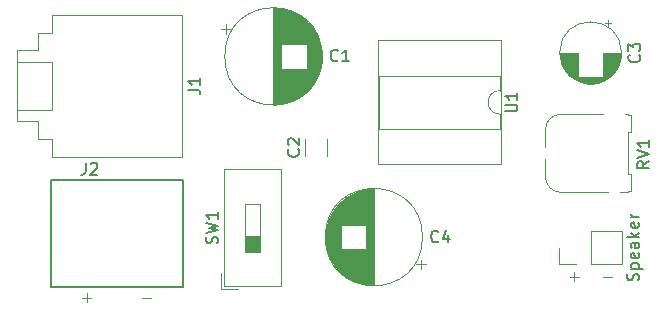
<source format=gto>
G04 #@! TF.GenerationSoftware,KiCad,Pcbnew,9.0.1-9.0.1-0~ubuntu24.04.1*
G04 #@! TF.CreationDate,2025-05-03T19:14:28+01:00*
G04 #@! TF.ProjectId,Kicad_Amplificador,4b696361-645f-4416-9d70-6c6966696361,rev?*
G04 #@! TF.SameCoordinates,Original*
G04 #@! TF.FileFunction,Legend,Top*
G04 #@! TF.FilePolarity,Positive*
%FSLAX46Y46*%
G04 Gerber Fmt 4.6, Leading zero omitted, Abs format (unit mm)*
G04 Created by KiCad (PCBNEW 9.0.1-9.0.1-0~ubuntu24.04.1) date 2025-05-03 19:14:28*
%MOMM*%
%LPD*%
G01*
G04 APERTURE LIST*
%ADD10C,0.100000*%
%ADD11C,0.150000*%
%ADD12C,0.120000*%
%ADD13C,0.127000*%
G04 APERTURE END LIST*
D10*
X146253884Y-114441466D02*
X147015789Y-114441466D01*
X146634836Y-114822419D02*
X146634836Y-114060514D01*
X149015789Y-114441466D02*
X149777694Y-114441466D01*
X104953884Y-116216466D02*
X105715789Y-116216466D01*
X105334836Y-116597419D02*
X105334836Y-115835514D01*
X110001504Y-116216466D02*
X110763409Y-116216466D01*
D11*
X140784819Y-100451904D02*
X141594342Y-100451904D01*
X141594342Y-100451904D02*
X141689580Y-100404285D01*
X141689580Y-100404285D02*
X141737200Y-100356666D01*
X141737200Y-100356666D02*
X141784819Y-100261428D01*
X141784819Y-100261428D02*
X141784819Y-100070952D01*
X141784819Y-100070952D02*
X141737200Y-99975714D01*
X141737200Y-99975714D02*
X141689580Y-99928095D01*
X141689580Y-99928095D02*
X141594342Y-99880476D01*
X141594342Y-99880476D02*
X140784819Y-99880476D01*
X141784819Y-98880476D02*
X141784819Y-99451904D01*
X141784819Y-99166190D02*
X140784819Y-99166190D01*
X140784819Y-99166190D02*
X140927676Y-99261428D01*
X140927676Y-99261428D02*
X141022914Y-99356666D01*
X141022914Y-99356666D02*
X141070533Y-99451904D01*
X152944819Y-104695238D02*
X152468628Y-105028571D01*
X152944819Y-105266666D02*
X151944819Y-105266666D01*
X151944819Y-105266666D02*
X151944819Y-104885714D01*
X151944819Y-104885714D02*
X151992438Y-104790476D01*
X151992438Y-104790476D02*
X152040057Y-104742857D01*
X152040057Y-104742857D02*
X152135295Y-104695238D01*
X152135295Y-104695238D02*
X152278152Y-104695238D01*
X152278152Y-104695238D02*
X152373390Y-104742857D01*
X152373390Y-104742857D02*
X152421009Y-104790476D01*
X152421009Y-104790476D02*
X152468628Y-104885714D01*
X152468628Y-104885714D02*
X152468628Y-105266666D01*
X151944819Y-104409523D02*
X152944819Y-104076190D01*
X152944819Y-104076190D02*
X151944819Y-103742857D01*
X152944819Y-102885714D02*
X152944819Y-103457142D01*
X152944819Y-103171428D02*
X151944819Y-103171428D01*
X151944819Y-103171428D02*
X152087676Y-103266666D01*
X152087676Y-103266666D02*
X152182914Y-103361904D01*
X152182914Y-103361904D02*
X152230533Y-103457142D01*
X152109580Y-95666666D02*
X152157200Y-95714285D01*
X152157200Y-95714285D02*
X152204819Y-95857142D01*
X152204819Y-95857142D02*
X152204819Y-95952380D01*
X152204819Y-95952380D02*
X152157200Y-96095237D01*
X152157200Y-96095237D02*
X152061961Y-96190475D01*
X152061961Y-96190475D02*
X151966723Y-96238094D01*
X151966723Y-96238094D02*
X151776247Y-96285713D01*
X151776247Y-96285713D02*
X151633390Y-96285713D01*
X151633390Y-96285713D02*
X151442914Y-96238094D01*
X151442914Y-96238094D02*
X151347676Y-96190475D01*
X151347676Y-96190475D02*
X151252438Y-96095237D01*
X151252438Y-96095237D02*
X151204819Y-95952380D01*
X151204819Y-95952380D02*
X151204819Y-95857142D01*
X151204819Y-95857142D02*
X151252438Y-95714285D01*
X151252438Y-95714285D02*
X151300057Y-95666666D01*
X151204819Y-95333332D02*
X151204819Y-94714285D01*
X151204819Y-94714285D02*
X151585771Y-95047618D01*
X151585771Y-95047618D02*
X151585771Y-94904761D01*
X151585771Y-94904761D02*
X151633390Y-94809523D01*
X151633390Y-94809523D02*
X151681009Y-94761904D01*
X151681009Y-94761904D02*
X151776247Y-94714285D01*
X151776247Y-94714285D02*
X152014342Y-94714285D01*
X152014342Y-94714285D02*
X152109580Y-94761904D01*
X152109580Y-94761904D02*
X152157200Y-94809523D01*
X152157200Y-94809523D02*
X152204819Y-94904761D01*
X152204819Y-94904761D02*
X152204819Y-95190475D01*
X152204819Y-95190475D02*
X152157200Y-95285713D01*
X152157200Y-95285713D02*
X152109580Y-95333332D01*
X116387200Y-111643332D02*
X116434819Y-111500475D01*
X116434819Y-111500475D02*
X116434819Y-111262380D01*
X116434819Y-111262380D02*
X116387200Y-111167142D01*
X116387200Y-111167142D02*
X116339580Y-111119523D01*
X116339580Y-111119523D02*
X116244342Y-111071904D01*
X116244342Y-111071904D02*
X116149104Y-111071904D01*
X116149104Y-111071904D02*
X116053866Y-111119523D01*
X116053866Y-111119523D02*
X116006247Y-111167142D01*
X116006247Y-111167142D02*
X115958628Y-111262380D01*
X115958628Y-111262380D02*
X115911009Y-111452856D01*
X115911009Y-111452856D02*
X115863390Y-111548094D01*
X115863390Y-111548094D02*
X115815771Y-111595713D01*
X115815771Y-111595713D02*
X115720533Y-111643332D01*
X115720533Y-111643332D02*
X115625295Y-111643332D01*
X115625295Y-111643332D02*
X115530057Y-111595713D01*
X115530057Y-111595713D02*
X115482438Y-111548094D01*
X115482438Y-111548094D02*
X115434819Y-111452856D01*
X115434819Y-111452856D02*
X115434819Y-111214761D01*
X115434819Y-111214761D02*
X115482438Y-111071904D01*
X115434819Y-110738570D02*
X116434819Y-110500475D01*
X116434819Y-110500475D02*
X115720533Y-110309999D01*
X115720533Y-110309999D02*
X116434819Y-110119523D01*
X116434819Y-110119523D02*
X115434819Y-109881428D01*
X116434819Y-108976666D02*
X116434819Y-109548094D01*
X116434819Y-109262380D02*
X115434819Y-109262380D01*
X115434819Y-109262380D02*
X115577676Y-109357618D01*
X115577676Y-109357618D02*
X115672914Y-109452856D01*
X115672914Y-109452856D02*
X115720533Y-109548094D01*
X126608333Y-96134580D02*
X126560714Y-96182200D01*
X126560714Y-96182200D02*
X126417857Y-96229819D01*
X126417857Y-96229819D02*
X126322619Y-96229819D01*
X126322619Y-96229819D02*
X126179762Y-96182200D01*
X126179762Y-96182200D02*
X126084524Y-96086961D01*
X126084524Y-96086961D02*
X126036905Y-95991723D01*
X126036905Y-95991723D02*
X125989286Y-95801247D01*
X125989286Y-95801247D02*
X125989286Y-95658390D01*
X125989286Y-95658390D02*
X126036905Y-95467914D01*
X126036905Y-95467914D02*
X126084524Y-95372676D01*
X126084524Y-95372676D02*
X126179762Y-95277438D01*
X126179762Y-95277438D02*
X126322619Y-95229819D01*
X126322619Y-95229819D02*
X126417857Y-95229819D01*
X126417857Y-95229819D02*
X126560714Y-95277438D01*
X126560714Y-95277438D02*
X126608333Y-95325057D01*
X127560714Y-96229819D02*
X126989286Y-96229819D01*
X127275000Y-96229819D02*
X127275000Y-95229819D01*
X127275000Y-95229819D02*
X127179762Y-95372676D01*
X127179762Y-95372676D02*
X127084524Y-95467914D01*
X127084524Y-95467914D02*
X126989286Y-95515533D01*
X135108333Y-111459580D02*
X135060714Y-111507200D01*
X135060714Y-111507200D02*
X134917857Y-111554819D01*
X134917857Y-111554819D02*
X134822619Y-111554819D01*
X134822619Y-111554819D02*
X134679762Y-111507200D01*
X134679762Y-111507200D02*
X134584524Y-111411961D01*
X134584524Y-111411961D02*
X134536905Y-111316723D01*
X134536905Y-111316723D02*
X134489286Y-111126247D01*
X134489286Y-111126247D02*
X134489286Y-110983390D01*
X134489286Y-110983390D02*
X134536905Y-110792914D01*
X134536905Y-110792914D02*
X134584524Y-110697676D01*
X134584524Y-110697676D02*
X134679762Y-110602438D01*
X134679762Y-110602438D02*
X134822619Y-110554819D01*
X134822619Y-110554819D02*
X134917857Y-110554819D01*
X134917857Y-110554819D02*
X135060714Y-110602438D01*
X135060714Y-110602438D02*
X135108333Y-110650057D01*
X135965476Y-110888152D02*
X135965476Y-111554819D01*
X135727381Y-110507200D02*
X135489286Y-111221485D01*
X135489286Y-111221485D02*
X136108333Y-111221485D01*
X105240258Y-104816372D02*
X105240258Y-105531040D01*
X105240258Y-105531040D02*
X105192614Y-105673973D01*
X105192614Y-105673973D02*
X105097325Y-105769263D01*
X105097325Y-105769263D02*
X104954391Y-105816907D01*
X104954391Y-105816907D02*
X104859102Y-105816907D01*
X105669059Y-104911661D02*
X105716703Y-104864017D01*
X105716703Y-104864017D02*
X105811992Y-104816372D01*
X105811992Y-104816372D02*
X106050215Y-104816372D01*
X106050215Y-104816372D02*
X106145504Y-104864017D01*
X106145504Y-104864017D02*
X106193148Y-104911661D01*
X106193148Y-104911661D02*
X106240793Y-105006950D01*
X106240793Y-105006950D02*
X106240793Y-105102239D01*
X106240793Y-105102239D02*
X106193148Y-105245173D01*
X106193148Y-105245173D02*
X105621414Y-105816907D01*
X105621414Y-105816907D02*
X106240793Y-105816907D01*
X113954819Y-98633333D02*
X114669104Y-98633333D01*
X114669104Y-98633333D02*
X114811961Y-98680952D01*
X114811961Y-98680952D02*
X114907200Y-98776190D01*
X114907200Y-98776190D02*
X114954819Y-98919047D01*
X114954819Y-98919047D02*
X114954819Y-99014285D01*
X114954819Y-97633333D02*
X114954819Y-98204761D01*
X114954819Y-97919047D02*
X113954819Y-97919047D01*
X113954819Y-97919047D02*
X114097676Y-98014285D01*
X114097676Y-98014285D02*
X114192914Y-98109523D01*
X114192914Y-98109523D02*
X114240533Y-98204761D01*
X123259580Y-103666666D02*
X123307200Y-103714285D01*
X123307200Y-103714285D02*
X123354819Y-103857142D01*
X123354819Y-103857142D02*
X123354819Y-103952380D01*
X123354819Y-103952380D02*
X123307200Y-104095237D01*
X123307200Y-104095237D02*
X123211961Y-104190475D01*
X123211961Y-104190475D02*
X123116723Y-104238094D01*
X123116723Y-104238094D02*
X122926247Y-104285713D01*
X122926247Y-104285713D02*
X122783390Y-104285713D01*
X122783390Y-104285713D02*
X122592914Y-104238094D01*
X122592914Y-104238094D02*
X122497676Y-104190475D01*
X122497676Y-104190475D02*
X122402438Y-104095237D01*
X122402438Y-104095237D02*
X122354819Y-103952380D01*
X122354819Y-103952380D02*
X122354819Y-103857142D01*
X122354819Y-103857142D02*
X122402438Y-103714285D01*
X122402438Y-103714285D02*
X122450057Y-103666666D01*
X122450057Y-103285713D02*
X122402438Y-103238094D01*
X122402438Y-103238094D02*
X122354819Y-103142856D01*
X122354819Y-103142856D02*
X122354819Y-102904761D01*
X122354819Y-102904761D02*
X122402438Y-102809523D01*
X122402438Y-102809523D02*
X122450057Y-102761904D01*
X122450057Y-102761904D02*
X122545295Y-102714285D01*
X122545295Y-102714285D02*
X122640533Y-102714285D01*
X122640533Y-102714285D02*
X122783390Y-102761904D01*
X122783390Y-102761904D02*
X123354819Y-103333332D01*
X123354819Y-103333332D02*
X123354819Y-102714285D01*
X152052200Y-114761904D02*
X152099819Y-114619047D01*
X152099819Y-114619047D02*
X152099819Y-114380952D01*
X152099819Y-114380952D02*
X152052200Y-114285714D01*
X152052200Y-114285714D02*
X152004580Y-114238095D01*
X152004580Y-114238095D02*
X151909342Y-114190476D01*
X151909342Y-114190476D02*
X151814104Y-114190476D01*
X151814104Y-114190476D02*
X151718866Y-114238095D01*
X151718866Y-114238095D02*
X151671247Y-114285714D01*
X151671247Y-114285714D02*
X151623628Y-114380952D01*
X151623628Y-114380952D02*
X151576009Y-114571428D01*
X151576009Y-114571428D02*
X151528390Y-114666666D01*
X151528390Y-114666666D02*
X151480771Y-114714285D01*
X151480771Y-114714285D02*
X151385533Y-114761904D01*
X151385533Y-114761904D02*
X151290295Y-114761904D01*
X151290295Y-114761904D02*
X151195057Y-114714285D01*
X151195057Y-114714285D02*
X151147438Y-114666666D01*
X151147438Y-114666666D02*
X151099819Y-114571428D01*
X151099819Y-114571428D02*
X151099819Y-114333333D01*
X151099819Y-114333333D02*
X151147438Y-114190476D01*
X151433152Y-113761904D02*
X152433152Y-113761904D01*
X151480771Y-113761904D02*
X151433152Y-113666666D01*
X151433152Y-113666666D02*
X151433152Y-113476190D01*
X151433152Y-113476190D02*
X151480771Y-113380952D01*
X151480771Y-113380952D02*
X151528390Y-113333333D01*
X151528390Y-113333333D02*
X151623628Y-113285714D01*
X151623628Y-113285714D02*
X151909342Y-113285714D01*
X151909342Y-113285714D02*
X152004580Y-113333333D01*
X152004580Y-113333333D02*
X152052200Y-113380952D01*
X152052200Y-113380952D02*
X152099819Y-113476190D01*
X152099819Y-113476190D02*
X152099819Y-113666666D01*
X152099819Y-113666666D02*
X152052200Y-113761904D01*
X152052200Y-112476190D02*
X152099819Y-112571428D01*
X152099819Y-112571428D02*
X152099819Y-112761904D01*
X152099819Y-112761904D02*
X152052200Y-112857142D01*
X152052200Y-112857142D02*
X151956961Y-112904761D01*
X151956961Y-112904761D02*
X151576009Y-112904761D01*
X151576009Y-112904761D02*
X151480771Y-112857142D01*
X151480771Y-112857142D02*
X151433152Y-112761904D01*
X151433152Y-112761904D02*
X151433152Y-112571428D01*
X151433152Y-112571428D02*
X151480771Y-112476190D01*
X151480771Y-112476190D02*
X151576009Y-112428571D01*
X151576009Y-112428571D02*
X151671247Y-112428571D01*
X151671247Y-112428571D02*
X151766485Y-112904761D01*
X152099819Y-111571428D02*
X151576009Y-111571428D01*
X151576009Y-111571428D02*
X151480771Y-111619047D01*
X151480771Y-111619047D02*
X151433152Y-111714285D01*
X151433152Y-111714285D02*
X151433152Y-111904761D01*
X151433152Y-111904761D02*
X151480771Y-111999999D01*
X152052200Y-111571428D02*
X152099819Y-111666666D01*
X152099819Y-111666666D02*
X152099819Y-111904761D01*
X152099819Y-111904761D02*
X152052200Y-111999999D01*
X152052200Y-111999999D02*
X151956961Y-112047618D01*
X151956961Y-112047618D02*
X151861723Y-112047618D01*
X151861723Y-112047618D02*
X151766485Y-111999999D01*
X151766485Y-111999999D02*
X151718866Y-111904761D01*
X151718866Y-111904761D02*
X151718866Y-111666666D01*
X151718866Y-111666666D02*
X151671247Y-111571428D01*
X152099819Y-111095237D02*
X151099819Y-111095237D01*
X151718866Y-110999999D02*
X152099819Y-110714285D01*
X151433152Y-110714285D02*
X151814104Y-111095237D01*
X152052200Y-109904761D02*
X152099819Y-109999999D01*
X152099819Y-109999999D02*
X152099819Y-110190475D01*
X152099819Y-110190475D02*
X152052200Y-110285713D01*
X152052200Y-110285713D02*
X151956961Y-110333332D01*
X151956961Y-110333332D02*
X151576009Y-110333332D01*
X151576009Y-110333332D02*
X151480771Y-110285713D01*
X151480771Y-110285713D02*
X151433152Y-110190475D01*
X151433152Y-110190475D02*
X151433152Y-109999999D01*
X151433152Y-109999999D02*
X151480771Y-109904761D01*
X151480771Y-109904761D02*
X151576009Y-109857142D01*
X151576009Y-109857142D02*
X151671247Y-109857142D01*
X151671247Y-109857142D02*
X151766485Y-110333332D01*
X152099819Y-109428570D02*
X151433152Y-109428570D01*
X151623628Y-109428570D02*
X151528390Y-109380951D01*
X151528390Y-109380951D02*
X151480771Y-109333332D01*
X151480771Y-109333332D02*
X151433152Y-109238094D01*
X151433152Y-109238094D02*
X151433152Y-109142856D01*
D12*
X130050000Y-97440000D02*
X130050000Y-101940000D01*
X130050000Y-101940000D02*
X140330000Y-101940000D01*
X140330000Y-97440000D02*
X130050000Y-97440000D01*
X140330000Y-98690000D02*
X140330000Y-97440000D01*
X140330000Y-101940000D02*
X140330000Y-100690000D01*
X140390000Y-94440000D02*
X129990000Y-94440000D01*
X129990000Y-104940000D01*
X140390000Y-104940000D01*
X140390000Y-94440000D01*
X140330000Y-100690000D02*
G75*
G02*
X140330000Y-98690000I0J1000000D01*
G01*
X144180000Y-103490000D02*
X144180000Y-102000000D01*
X144180000Y-106000000D02*
X144180000Y-104510000D01*
X145490000Y-100690000D02*
X149030000Y-100690000D01*
X149470000Y-107310000D02*
X145490000Y-107310000D01*
X151200000Y-100690000D02*
X150950000Y-100690000D01*
X151200000Y-100790000D02*
X151200000Y-100690000D01*
X151200000Y-102210000D02*
X151200000Y-105790000D01*
X151200000Y-102210000D02*
X151400000Y-102210000D01*
X151200000Y-105790000D02*
X151400000Y-105790000D01*
X151200000Y-107210000D02*
X151200000Y-107310000D01*
X151200000Y-107310000D02*
X150510000Y-107310000D01*
X151400000Y-100790000D02*
X151200000Y-100790000D01*
X151400000Y-100790000D02*
X151400000Y-102210000D01*
X151400000Y-105790000D02*
X151400000Y-107210000D01*
X151400000Y-107210000D02*
X151200000Y-107210000D01*
X144180000Y-102000000D02*
G75*
G02*
X145490000Y-100690000I1310000J0D01*
G01*
X145490000Y-107310000D02*
G75*
G02*
X144180000Y-106000000I0J1310000D01*
G01*
X146960000Y-95500000D02*
X145420000Y-95500000D01*
X146960000Y-95540000D02*
X145420000Y-95540000D01*
X146960000Y-95580000D02*
X145421000Y-95580000D01*
X146960000Y-95620000D02*
X145423000Y-95620000D01*
X146960000Y-95660000D02*
X145425000Y-95660000D01*
X146960000Y-95700000D02*
X145428000Y-95700000D01*
X146960000Y-95740000D02*
X145431000Y-95740000D01*
X146960000Y-95780000D02*
X145435000Y-95780000D01*
X146960000Y-95820000D02*
X145440000Y-95820000D01*
X146960000Y-95860000D02*
X145445000Y-95860000D01*
X146960000Y-95900000D02*
X145451000Y-95900000D01*
X146960000Y-95940000D02*
X145457000Y-95940000D01*
X146960000Y-95980000D02*
X145464000Y-95980000D01*
X146960000Y-96020000D02*
X145472000Y-96020000D01*
X146960000Y-96060000D02*
X145481000Y-96060000D01*
X146960000Y-96100000D02*
X145490000Y-96100000D01*
X146960000Y-96140000D02*
X145499000Y-96140000D01*
X146960000Y-96180000D02*
X145510000Y-96180000D01*
X146960000Y-96220000D02*
X145521000Y-96220000D01*
X146960000Y-96260000D02*
X145533000Y-96260000D01*
X146960000Y-96300000D02*
X145545000Y-96300000D01*
X146960000Y-96340000D02*
X145558000Y-96340000D01*
X146960000Y-96380000D02*
X145572000Y-96380000D01*
X146960000Y-96420000D02*
X145587000Y-96420000D01*
X146960000Y-96460000D02*
X145602000Y-96460000D01*
X146960000Y-96500000D02*
X145618000Y-96500000D01*
X146960000Y-96540000D02*
X145635000Y-96540000D01*
X146960000Y-96580000D02*
X145653000Y-96580000D01*
X146960000Y-96620000D02*
X145671000Y-96620000D01*
X146960000Y-96660000D02*
X145691000Y-96660000D01*
X146960000Y-96700000D02*
X145711000Y-96700000D01*
X146960000Y-96740000D02*
X145732000Y-96740000D01*
X146960000Y-96780000D02*
X145754000Y-96780000D01*
X146960000Y-96820000D02*
X145777000Y-96820000D01*
X146960000Y-96860000D02*
X145801000Y-96860000D01*
X146960000Y-96900000D02*
X145825000Y-96900000D01*
X146960000Y-96940000D02*
X145851000Y-96940000D01*
X146960000Y-96980000D02*
X145878000Y-96980000D01*
X146960000Y-97020000D02*
X145906000Y-97020000D01*
X146960000Y-97060000D02*
X145935000Y-97060000D01*
X146960000Y-97100000D02*
X145965000Y-97100000D01*
X146960000Y-97140000D02*
X145997000Y-97140000D01*
X146960000Y-97180000D02*
X146030000Y-97180000D01*
X146960000Y-97220000D02*
X146064000Y-97220000D01*
X146960000Y-97260000D02*
X146099000Y-97260000D01*
X146960000Y-97300000D02*
X146136000Y-97300000D01*
X146960000Y-97340000D02*
X146175000Y-97340000D01*
X146960000Y-97380000D02*
X146215000Y-97380000D01*
X146960000Y-97420000D02*
X146257000Y-97420000D01*
X146960000Y-97460000D02*
X146301000Y-97460000D01*
X146960000Y-97500000D02*
X146348000Y-97500000D01*
X148283000Y-98100000D02*
X147717000Y-98100000D01*
X148517000Y-98060000D02*
X147483000Y-98060000D01*
X148677000Y-98020000D02*
X147323000Y-98020000D01*
X148805000Y-97980000D02*
X147195000Y-97980000D01*
X148914000Y-97940000D02*
X147086000Y-97940000D01*
X149011000Y-97900000D02*
X146989000Y-97900000D01*
X149098000Y-97860000D02*
X146902000Y-97860000D01*
X149177000Y-97820000D02*
X146823000Y-97820000D01*
X149251000Y-97780000D02*
X146749000Y-97780000D01*
X149319000Y-97740000D02*
X146681000Y-97740000D01*
X149383000Y-97700000D02*
X146617000Y-97700000D01*
X149443000Y-97660000D02*
X146557000Y-97660000D01*
X149475000Y-92695225D02*
X149475000Y-93195225D01*
X149499000Y-97620000D02*
X146501000Y-97620000D01*
X149553000Y-97580000D02*
X146447000Y-97580000D01*
X149604000Y-97540000D02*
X146396000Y-97540000D01*
X149652000Y-97500000D02*
X149040000Y-97500000D01*
X149699000Y-97460000D02*
X149040000Y-97460000D01*
X149725000Y-92945225D02*
X149225000Y-92945225D01*
X149743000Y-97420000D02*
X149040000Y-97420000D01*
X149785000Y-97380000D02*
X149040000Y-97380000D01*
X149825000Y-97340000D02*
X149040000Y-97340000D01*
X149864000Y-97300000D02*
X149040000Y-97300000D01*
X149901000Y-97260000D02*
X149040000Y-97260000D01*
X149936000Y-97220000D02*
X149040000Y-97220000D01*
X149970000Y-97180000D02*
X149040000Y-97180000D01*
X150003000Y-97140000D02*
X149040000Y-97140000D01*
X150035000Y-97100000D02*
X149040000Y-97100000D01*
X150065000Y-97060000D02*
X149040000Y-97060000D01*
X150094000Y-97020000D02*
X149040000Y-97020000D01*
X150122000Y-96980000D02*
X149040000Y-96980000D01*
X150149000Y-96940000D02*
X149040000Y-96940000D01*
X150175000Y-96900000D02*
X149040000Y-96900000D01*
X150199000Y-96860000D02*
X149040000Y-96860000D01*
X150223000Y-96820000D02*
X149040000Y-96820000D01*
X150246000Y-96780000D02*
X149040000Y-96780000D01*
X150268000Y-96740000D02*
X149040000Y-96740000D01*
X150289000Y-96700000D02*
X149040000Y-96700000D01*
X150309000Y-96660000D02*
X149040000Y-96660000D01*
X150329000Y-96620000D02*
X149040000Y-96620000D01*
X150347000Y-96580000D02*
X149040000Y-96580000D01*
X150365000Y-96540000D02*
X149040000Y-96540000D01*
X150382000Y-96500000D02*
X149040000Y-96500000D01*
X150398000Y-96460000D02*
X149040000Y-96460000D01*
X150413000Y-96420000D02*
X149040000Y-96420000D01*
X150428000Y-96380000D02*
X149040000Y-96380000D01*
X150442000Y-96340000D02*
X149040000Y-96340000D01*
X150455000Y-96300000D02*
X149040000Y-96300000D01*
X150467000Y-96260000D02*
X149040000Y-96260000D01*
X150479000Y-96220000D02*
X149040000Y-96220000D01*
X150490000Y-96180000D02*
X149040000Y-96180000D01*
X150501000Y-96140000D02*
X149040000Y-96140000D01*
X150510000Y-96100000D02*
X149040000Y-96100000D01*
X150519000Y-96060000D02*
X149040000Y-96060000D01*
X150528000Y-96020000D02*
X149040000Y-96020000D01*
X150536000Y-95980000D02*
X149040000Y-95980000D01*
X150543000Y-95940000D02*
X149040000Y-95940000D01*
X150549000Y-95900000D02*
X149040000Y-95900000D01*
X150555000Y-95860000D02*
X149040000Y-95860000D01*
X150560000Y-95820000D02*
X149040000Y-95820000D01*
X150565000Y-95780000D02*
X149040000Y-95780000D01*
X150569000Y-95740000D02*
X149040000Y-95740000D01*
X150572000Y-95700000D02*
X149040000Y-95700000D01*
X150575000Y-95660000D02*
X149040000Y-95660000D01*
X150577000Y-95620000D02*
X149040000Y-95620000D01*
X150579000Y-95580000D02*
X149040000Y-95580000D01*
X150580000Y-95500000D02*
X149040000Y-95500000D01*
X150580000Y-95540000D02*
X149040000Y-95540000D01*
X150620000Y-95500000D02*
G75*
G02*
X145380000Y-95500000I-2620000J0D01*
G01*
X145380000Y-95500000D02*
G75*
G02*
X150620000Y-95500000I2620000J0D01*
G01*
X116740000Y-115500000D02*
X116740000Y-114117000D01*
X116740000Y-115500000D02*
X118123000Y-115500000D01*
X116980000Y-105360000D02*
X121820000Y-105360000D01*
X116980000Y-115260000D02*
X116980000Y-105360000D01*
X116980000Y-115260000D02*
X121820000Y-115260000D01*
X118765000Y-110986667D02*
X120035000Y-110986667D01*
X121820000Y-115260000D02*
X121820000Y-105360000D01*
X118765000Y-112340000D02*
X120035000Y-112340000D01*
X120035000Y-108280000D01*
X118765000Y-108280000D01*
X118765000Y-112340000D01*
X118765000Y-112340000D02*
X120035000Y-112340000D01*
X120035000Y-110986667D01*
X118765000Y-110986667D01*
X118765000Y-112340000D01*
G36*
X118765000Y-112340000D02*
G01*
X120035000Y-112340000D01*
X120035000Y-110986667D01*
X118765000Y-110986667D01*
X118765000Y-112340000D01*
G37*
X116740302Y-93485000D02*
X117540302Y-93485000D01*
X117140302Y-93085000D02*
X117140302Y-93885000D01*
X121150000Y-91720000D02*
X121150000Y-99880000D01*
X121190000Y-91720000D02*
X121190000Y-99880000D01*
X121230000Y-91721000D02*
X121230000Y-99879000D01*
X121270000Y-91722000D02*
X121270000Y-99878000D01*
X121310000Y-91723000D02*
X121310000Y-99877000D01*
X121350000Y-91725000D02*
X121350000Y-99875000D01*
X121390000Y-91727000D02*
X121390000Y-99873000D01*
X121430000Y-91730000D02*
X121430000Y-99870000D01*
X121470000Y-91732000D02*
X121470000Y-99868000D01*
X121510000Y-91736000D02*
X121510000Y-99864000D01*
X121550000Y-91739000D02*
X121550000Y-99861000D01*
X121590000Y-91744000D02*
X121590000Y-99856000D01*
X121630000Y-91748000D02*
X121630000Y-99852000D01*
X121670000Y-91753000D02*
X121670000Y-99847000D01*
X121710000Y-91758000D02*
X121710000Y-99842000D01*
X121750000Y-91764000D02*
X121750000Y-99836000D01*
X121790000Y-91770000D02*
X121790000Y-99830000D01*
X121830000Y-91777000D02*
X121830000Y-99823000D01*
X121870000Y-91783000D02*
X121870000Y-94760000D01*
X121870000Y-96840000D02*
X121870000Y-99817000D01*
X121910000Y-91791000D02*
X121910000Y-94760000D01*
X121910000Y-96840000D02*
X121910000Y-99809000D01*
X121950000Y-91798000D02*
X121950000Y-94760000D01*
X121950000Y-96840000D02*
X121950000Y-99802000D01*
X121990000Y-91807000D02*
X121990000Y-94760000D01*
X121990000Y-96840000D02*
X121990000Y-99793000D01*
X122030000Y-91815000D02*
X122030000Y-94760000D01*
X122030000Y-96840000D02*
X122030000Y-99785000D01*
X122070000Y-91824000D02*
X122070000Y-94760000D01*
X122070000Y-96840000D02*
X122070000Y-99776000D01*
X122110000Y-91833000D02*
X122110000Y-94760000D01*
X122110000Y-96840000D02*
X122110000Y-99767000D01*
X122150000Y-91843000D02*
X122150000Y-94760000D01*
X122150000Y-96840000D02*
X122150000Y-99757000D01*
X122190000Y-91853000D02*
X122190000Y-94760000D01*
X122190000Y-96840000D02*
X122190000Y-99747000D01*
X122230000Y-91864000D02*
X122230000Y-94760000D01*
X122230000Y-96840000D02*
X122230000Y-99736000D01*
X122270000Y-91875000D02*
X122270000Y-94760000D01*
X122270000Y-96840000D02*
X122270000Y-99725000D01*
X122310000Y-91887000D02*
X122310000Y-94760000D01*
X122310000Y-96840000D02*
X122310000Y-99713000D01*
X122350000Y-91899000D02*
X122350000Y-94760000D01*
X122350000Y-96840000D02*
X122350000Y-99701000D01*
X122390000Y-91911000D02*
X122390000Y-94760000D01*
X122390000Y-96840000D02*
X122390000Y-99689000D01*
X122430000Y-91924000D02*
X122430000Y-94760000D01*
X122430000Y-96840000D02*
X122430000Y-99676000D01*
X122470000Y-91937000D02*
X122470000Y-94760000D01*
X122470000Y-96840000D02*
X122470000Y-99663000D01*
X122510000Y-91951000D02*
X122510000Y-94760000D01*
X122510000Y-96840000D02*
X122510000Y-99649000D01*
X122550000Y-91965000D02*
X122550000Y-94760000D01*
X122550000Y-96840000D02*
X122550000Y-99635000D01*
X122590000Y-91980000D02*
X122590000Y-94760000D01*
X122590000Y-96840000D02*
X122590000Y-99620000D01*
X122630000Y-91995000D02*
X122630000Y-94760000D01*
X122630000Y-96840000D02*
X122630000Y-99605000D01*
X122670000Y-92011000D02*
X122670000Y-94760000D01*
X122670000Y-96840000D02*
X122670000Y-99589000D01*
X122710000Y-92027000D02*
X122710000Y-94760000D01*
X122710000Y-96840000D02*
X122710000Y-99573000D01*
X122750000Y-92043000D02*
X122750000Y-94760000D01*
X122750000Y-96840000D02*
X122750000Y-99557000D01*
X122790000Y-92060000D02*
X122790000Y-94760000D01*
X122790000Y-96840000D02*
X122790000Y-99540000D01*
X122830000Y-92078000D02*
X122830000Y-94760000D01*
X122830000Y-96840000D02*
X122830000Y-99522000D01*
X122870000Y-92096000D02*
X122870000Y-94760000D01*
X122870000Y-96840000D02*
X122870000Y-99504000D01*
X122910000Y-92115000D02*
X122910000Y-94760000D01*
X122910000Y-96840000D02*
X122910000Y-99485000D01*
X122950000Y-92134000D02*
X122950000Y-94760000D01*
X122950000Y-96840000D02*
X122950000Y-99466000D01*
X122990000Y-92154000D02*
X122990000Y-94760000D01*
X122990000Y-96840000D02*
X122990000Y-99446000D01*
X123030000Y-92174000D02*
X123030000Y-94760000D01*
X123030000Y-96840000D02*
X123030000Y-99426000D01*
X123070000Y-92195000D02*
X123070000Y-94760000D01*
X123070000Y-96840000D02*
X123070000Y-99405000D01*
X123110000Y-92216000D02*
X123110000Y-94760000D01*
X123110000Y-96840000D02*
X123110000Y-99384000D01*
X123150000Y-92238000D02*
X123150000Y-94760000D01*
X123150000Y-96840000D02*
X123150000Y-99362000D01*
X123190000Y-92261000D02*
X123190000Y-94760000D01*
X123190000Y-96840000D02*
X123190000Y-99339000D01*
X123230000Y-92284000D02*
X123230000Y-94760000D01*
X123230000Y-96840000D02*
X123230000Y-99316000D01*
X123270000Y-92307000D02*
X123270000Y-94760000D01*
X123270000Y-96840000D02*
X123270000Y-99293000D01*
X123310000Y-92332000D02*
X123310000Y-94760000D01*
X123310000Y-96840000D02*
X123310000Y-99268000D01*
X123350000Y-92357000D02*
X123350000Y-94760000D01*
X123350000Y-96840000D02*
X123350000Y-99243000D01*
X123390000Y-92382000D02*
X123390000Y-94760000D01*
X123390000Y-96840000D02*
X123390000Y-99218000D01*
X123430000Y-92408000D02*
X123430000Y-94760000D01*
X123430000Y-96840000D02*
X123430000Y-99192000D01*
X123470000Y-92435000D02*
X123470000Y-94760000D01*
X123470000Y-96840000D02*
X123470000Y-99165000D01*
X123510000Y-92463000D02*
X123510000Y-94760000D01*
X123510000Y-96840000D02*
X123510000Y-99137000D01*
X123550000Y-92491000D02*
X123550000Y-94760000D01*
X123550000Y-96840000D02*
X123550000Y-99109000D01*
X123590000Y-92520000D02*
X123590000Y-94760000D01*
X123590000Y-96840000D02*
X123590000Y-99080000D01*
X123630000Y-92550000D02*
X123630000Y-94760000D01*
X123630000Y-96840000D02*
X123630000Y-99050000D01*
X123670000Y-92581000D02*
X123670000Y-94760000D01*
X123670000Y-96840000D02*
X123670000Y-99019000D01*
X123710000Y-92612000D02*
X123710000Y-94760000D01*
X123710000Y-96840000D02*
X123710000Y-98988000D01*
X123750000Y-92644000D02*
X123750000Y-94760000D01*
X123750000Y-96840000D02*
X123750000Y-98956000D01*
X123790000Y-92677000D02*
X123790000Y-94760000D01*
X123790000Y-96840000D02*
X123790000Y-98923000D01*
X123830000Y-92711000D02*
X123830000Y-94760000D01*
X123830000Y-96840000D02*
X123830000Y-98889000D01*
X123870000Y-92745000D02*
X123870000Y-94760000D01*
X123870000Y-96840000D02*
X123870000Y-98855000D01*
X123910000Y-92781000D02*
X123910000Y-94760000D01*
X123910000Y-96840000D02*
X123910000Y-98819000D01*
X123950000Y-92818000D02*
X123950000Y-98782000D01*
X123990000Y-92855000D02*
X123990000Y-98745000D01*
X124030000Y-92894000D02*
X124030000Y-98706000D01*
X124070000Y-92933000D02*
X124070000Y-98667000D01*
X124110000Y-92974000D02*
X124110000Y-98626000D01*
X124150000Y-93016000D02*
X124150000Y-98584000D01*
X124190000Y-93059000D02*
X124190000Y-98541000D01*
X124230000Y-93104000D02*
X124230000Y-98496000D01*
X124270000Y-93149000D02*
X124270000Y-98451000D01*
X124310000Y-93196000D02*
X124310000Y-98404000D01*
X124350000Y-93245000D02*
X124350000Y-98355000D01*
X124390000Y-93295000D02*
X124390000Y-98305000D01*
X124430000Y-93347000D02*
X124430000Y-98253000D01*
X124470000Y-93400000D02*
X124470000Y-98200000D01*
X124510000Y-93456000D02*
X124510000Y-98144000D01*
X124550000Y-93513000D02*
X124550000Y-98087000D01*
X124590000Y-93573000D02*
X124590000Y-98027000D01*
X124630000Y-93635000D02*
X124630000Y-97965000D01*
X124670000Y-93699000D02*
X124670000Y-97901000D01*
X124710000Y-93766000D02*
X124710000Y-97834000D01*
X124750000Y-93836000D02*
X124750000Y-97764000D01*
X124790000Y-93910000D02*
X124790000Y-97690000D01*
X124830000Y-93987000D02*
X124830000Y-97613000D01*
X124870000Y-94069000D02*
X124870000Y-97531000D01*
X124910000Y-94156000D02*
X124910000Y-97444000D01*
X124950000Y-94248000D02*
X124950000Y-97352000D01*
X124990000Y-94347000D02*
X124990000Y-97253000D01*
X125030000Y-94454000D02*
X125030000Y-97146000D01*
X125070000Y-94572000D02*
X125070000Y-97028000D01*
X125110000Y-94703000D02*
X125110000Y-96897000D01*
X125150000Y-94853000D02*
X125150000Y-96747000D01*
X125190000Y-95032000D02*
X125190000Y-96568000D01*
X125230000Y-95267000D02*
X125230000Y-96333000D01*
X125270000Y-95800000D02*
G75*
G02*
X117030000Y-95800000I-4120000J0D01*
G01*
X117030000Y-95800000D02*
G75*
G02*
X125270000Y-95800000I4120000J0D01*
G01*
X125570000Y-111633000D02*
X125570000Y-110567000D01*
X125610000Y-111868000D02*
X125610000Y-110332000D01*
X125650000Y-112047000D02*
X125650000Y-110153000D01*
X125690000Y-112197000D02*
X125690000Y-110003000D01*
X125730000Y-112328000D02*
X125730000Y-109872000D01*
X125770000Y-112446000D02*
X125770000Y-109754000D01*
X125810000Y-112553000D02*
X125810000Y-109647000D01*
X125850000Y-112652000D02*
X125850000Y-109548000D01*
X125890000Y-112744000D02*
X125890000Y-109456000D01*
X125930000Y-112831000D02*
X125930000Y-109369000D01*
X125970000Y-112913000D02*
X125970000Y-109287000D01*
X126010000Y-112990000D02*
X126010000Y-109210000D01*
X126050000Y-113064000D02*
X126050000Y-109136000D01*
X126090000Y-113134000D02*
X126090000Y-109066000D01*
X126130000Y-113201000D02*
X126130000Y-108999000D01*
X126170000Y-113265000D02*
X126170000Y-108935000D01*
X126210000Y-113327000D02*
X126210000Y-108873000D01*
X126250000Y-113387000D02*
X126250000Y-108813000D01*
X126290000Y-113444000D02*
X126290000Y-108756000D01*
X126330000Y-113500000D02*
X126330000Y-108700000D01*
X126370000Y-113553000D02*
X126370000Y-108647000D01*
X126410000Y-113605000D02*
X126410000Y-108595000D01*
X126450000Y-113655000D02*
X126450000Y-108545000D01*
X126490000Y-113704000D02*
X126490000Y-108496000D01*
X126530000Y-113751000D02*
X126530000Y-108449000D01*
X126570000Y-113796000D02*
X126570000Y-108404000D01*
X126610000Y-113841000D02*
X126610000Y-108359000D01*
X126650000Y-113884000D02*
X126650000Y-108316000D01*
X126690000Y-113926000D02*
X126690000Y-108274000D01*
X126730000Y-113967000D02*
X126730000Y-108233000D01*
X126770000Y-114006000D02*
X126770000Y-108194000D01*
X126810000Y-114045000D02*
X126810000Y-108155000D01*
X126850000Y-114082000D02*
X126850000Y-108118000D01*
X126890000Y-110060000D02*
X126890000Y-108081000D01*
X126890000Y-114119000D02*
X126890000Y-112140000D01*
X126930000Y-110060000D02*
X126930000Y-108045000D01*
X126930000Y-114155000D02*
X126930000Y-112140000D01*
X126970000Y-110060000D02*
X126970000Y-108011000D01*
X126970000Y-114189000D02*
X126970000Y-112140000D01*
X127010000Y-110060000D02*
X127010000Y-107977000D01*
X127010000Y-114223000D02*
X127010000Y-112140000D01*
X127050000Y-110060000D02*
X127050000Y-107944000D01*
X127050000Y-114256000D02*
X127050000Y-112140000D01*
X127090000Y-110060000D02*
X127090000Y-107912000D01*
X127090000Y-114288000D02*
X127090000Y-112140000D01*
X127130000Y-110060000D02*
X127130000Y-107881000D01*
X127130000Y-114319000D02*
X127130000Y-112140000D01*
X127170000Y-110060000D02*
X127170000Y-107850000D01*
X127170000Y-114350000D02*
X127170000Y-112140000D01*
X127210000Y-110060000D02*
X127210000Y-107820000D01*
X127210000Y-114380000D02*
X127210000Y-112140000D01*
X127250000Y-110060000D02*
X127250000Y-107791000D01*
X127250000Y-114409000D02*
X127250000Y-112140000D01*
X127290000Y-110060000D02*
X127290000Y-107763000D01*
X127290000Y-114437000D02*
X127290000Y-112140000D01*
X127330000Y-110060000D02*
X127330000Y-107735000D01*
X127330000Y-114465000D02*
X127330000Y-112140000D01*
X127370000Y-110060000D02*
X127370000Y-107708000D01*
X127370000Y-114492000D02*
X127370000Y-112140000D01*
X127410000Y-110060000D02*
X127410000Y-107682000D01*
X127410000Y-114518000D02*
X127410000Y-112140000D01*
X127450000Y-110060000D02*
X127450000Y-107657000D01*
X127450000Y-114543000D02*
X127450000Y-112140000D01*
X127490000Y-110060000D02*
X127490000Y-107632000D01*
X127490000Y-114568000D02*
X127490000Y-112140000D01*
X127530000Y-110060000D02*
X127530000Y-107607000D01*
X127530000Y-114593000D02*
X127530000Y-112140000D01*
X127570000Y-110060000D02*
X127570000Y-107584000D01*
X127570000Y-114616000D02*
X127570000Y-112140000D01*
X127610000Y-110060000D02*
X127610000Y-107561000D01*
X127610000Y-114639000D02*
X127610000Y-112140000D01*
X127650000Y-110060000D02*
X127650000Y-107538000D01*
X127650000Y-114662000D02*
X127650000Y-112140000D01*
X127690000Y-110060000D02*
X127690000Y-107516000D01*
X127690000Y-114684000D02*
X127690000Y-112140000D01*
X127730000Y-110060000D02*
X127730000Y-107495000D01*
X127730000Y-114705000D02*
X127730000Y-112140000D01*
X127770000Y-110060000D02*
X127770000Y-107474000D01*
X127770000Y-114726000D02*
X127770000Y-112140000D01*
X127810000Y-110060000D02*
X127810000Y-107454000D01*
X127810000Y-114746000D02*
X127810000Y-112140000D01*
X127850000Y-110060000D02*
X127850000Y-107434000D01*
X127850000Y-114766000D02*
X127850000Y-112140000D01*
X127890000Y-110060000D02*
X127890000Y-107415000D01*
X127890000Y-114785000D02*
X127890000Y-112140000D01*
X127930000Y-110060000D02*
X127930000Y-107396000D01*
X127930000Y-114804000D02*
X127930000Y-112140000D01*
X127970000Y-110060000D02*
X127970000Y-107378000D01*
X127970000Y-114822000D02*
X127970000Y-112140000D01*
X128010000Y-110060000D02*
X128010000Y-107360000D01*
X128010000Y-114840000D02*
X128010000Y-112140000D01*
X128050000Y-110060000D02*
X128050000Y-107343000D01*
X128050000Y-114857000D02*
X128050000Y-112140000D01*
X128090000Y-110060000D02*
X128090000Y-107327000D01*
X128090000Y-114873000D02*
X128090000Y-112140000D01*
X128130000Y-110060000D02*
X128130000Y-107311000D01*
X128130000Y-114889000D02*
X128130000Y-112140000D01*
X128170000Y-110060000D02*
X128170000Y-107295000D01*
X128170000Y-114905000D02*
X128170000Y-112140000D01*
X128210000Y-110060000D02*
X128210000Y-107280000D01*
X128210000Y-114920000D02*
X128210000Y-112140000D01*
X128250000Y-110060000D02*
X128250000Y-107265000D01*
X128250000Y-114935000D02*
X128250000Y-112140000D01*
X128290000Y-110060000D02*
X128290000Y-107251000D01*
X128290000Y-114949000D02*
X128290000Y-112140000D01*
X128330000Y-110060000D02*
X128330000Y-107237000D01*
X128330000Y-114963000D02*
X128330000Y-112140000D01*
X128370000Y-110060000D02*
X128370000Y-107224000D01*
X128370000Y-114976000D02*
X128370000Y-112140000D01*
X128410000Y-110060000D02*
X128410000Y-107211000D01*
X128410000Y-114989000D02*
X128410000Y-112140000D01*
X128450000Y-110060000D02*
X128450000Y-107199000D01*
X128450000Y-115001000D02*
X128450000Y-112140000D01*
X128490000Y-110060000D02*
X128490000Y-107187000D01*
X128490000Y-115013000D02*
X128490000Y-112140000D01*
X128530000Y-110060000D02*
X128530000Y-107175000D01*
X128530000Y-115025000D02*
X128530000Y-112140000D01*
X128570000Y-110060000D02*
X128570000Y-107164000D01*
X128570000Y-115036000D02*
X128570000Y-112140000D01*
X128610000Y-110060000D02*
X128610000Y-107153000D01*
X128610000Y-115047000D02*
X128610000Y-112140000D01*
X128650000Y-110060000D02*
X128650000Y-107143000D01*
X128650000Y-115057000D02*
X128650000Y-112140000D01*
X128690000Y-110060000D02*
X128690000Y-107133000D01*
X128690000Y-115067000D02*
X128690000Y-112140000D01*
X128730000Y-110060000D02*
X128730000Y-107124000D01*
X128730000Y-115076000D02*
X128730000Y-112140000D01*
X128770000Y-110060000D02*
X128770000Y-107115000D01*
X128770000Y-115085000D02*
X128770000Y-112140000D01*
X128810000Y-110060000D02*
X128810000Y-107107000D01*
X128810000Y-115093000D02*
X128810000Y-112140000D01*
X128850000Y-110060000D02*
X128850000Y-107098000D01*
X128850000Y-115102000D02*
X128850000Y-112140000D01*
X128890000Y-110060000D02*
X128890000Y-107091000D01*
X128890000Y-115109000D02*
X128890000Y-112140000D01*
X128930000Y-110060000D02*
X128930000Y-107083000D01*
X128930000Y-115117000D02*
X128930000Y-112140000D01*
X128970000Y-115123000D02*
X128970000Y-107077000D01*
X129010000Y-115130000D02*
X129010000Y-107070000D01*
X129050000Y-115136000D02*
X129050000Y-107064000D01*
X129090000Y-115142000D02*
X129090000Y-107058000D01*
X129130000Y-115147000D02*
X129130000Y-107053000D01*
X129170000Y-115152000D02*
X129170000Y-107048000D01*
X129210000Y-115156000D02*
X129210000Y-107044000D01*
X129250000Y-115161000D02*
X129250000Y-107039000D01*
X129290000Y-115164000D02*
X129290000Y-107036000D01*
X129330000Y-115168000D02*
X129330000Y-107032000D01*
X129370000Y-115170000D02*
X129370000Y-107030000D01*
X129410000Y-115173000D02*
X129410000Y-107027000D01*
X129450000Y-115175000D02*
X129450000Y-107025000D01*
X129490000Y-115177000D02*
X129490000Y-107023000D01*
X129530000Y-115178000D02*
X129530000Y-107022000D01*
X129570000Y-115179000D02*
X129570000Y-107021000D01*
X129610000Y-115180000D02*
X129610000Y-107020000D01*
X129650000Y-115180000D02*
X129650000Y-107020000D01*
X133659698Y-113815000D02*
X133659698Y-113015000D01*
X134059698Y-113415000D02*
X133259698Y-113415000D01*
X133770000Y-111100000D02*
G75*
G02*
X125530000Y-111100000I-4120000J0D01*
G01*
X125530000Y-111100000D02*
G75*
G02*
X133770000Y-111100000I4120000J0D01*
G01*
D13*
X102300000Y-106300000D02*
X113500000Y-106300000D01*
X102300000Y-115300000D02*
X102300000Y-106300000D01*
X113500000Y-106300000D02*
X113500000Y-115300000D01*
X113500000Y-115300000D02*
X102300000Y-115300000D01*
D12*
X99400000Y-95300000D02*
X101200000Y-95300000D01*
X99400000Y-100300000D02*
X102400000Y-100300000D01*
X99400000Y-101300000D02*
X99400000Y-95300000D01*
X101200000Y-93800000D02*
X102400000Y-93800000D01*
X101200000Y-95300000D02*
X101200000Y-93800000D01*
X101200000Y-101300000D02*
X99400000Y-101300000D01*
X101200000Y-102800000D02*
X101200000Y-101300000D01*
X102400000Y-92300000D02*
X113400000Y-92300000D01*
X102400000Y-93800000D02*
X102400000Y-92300000D01*
X102400000Y-96300000D02*
X99400000Y-96300000D01*
X102400000Y-100300000D02*
X102400000Y-96300000D01*
X102400000Y-102800000D02*
X101200000Y-102800000D01*
X102400000Y-104300000D02*
X102400000Y-102800000D01*
X113400000Y-92300000D02*
X113400000Y-104300000D01*
X113400000Y-104300000D02*
X102400000Y-104300000D01*
X123840000Y-104211252D02*
X123840000Y-102788748D01*
X125660000Y-104211252D02*
X125660000Y-102788748D01*
X145345000Y-113380000D02*
X145345000Y-112000000D01*
X146725000Y-113380000D02*
X145345000Y-113380000D01*
X147995000Y-110620000D02*
X150645000Y-110620000D01*
X147995000Y-113380000D02*
X147995000Y-110620000D01*
X147995000Y-113380000D02*
X150645000Y-113380000D01*
X150645000Y-113380000D02*
X150645000Y-110620000D01*
M02*

</source>
